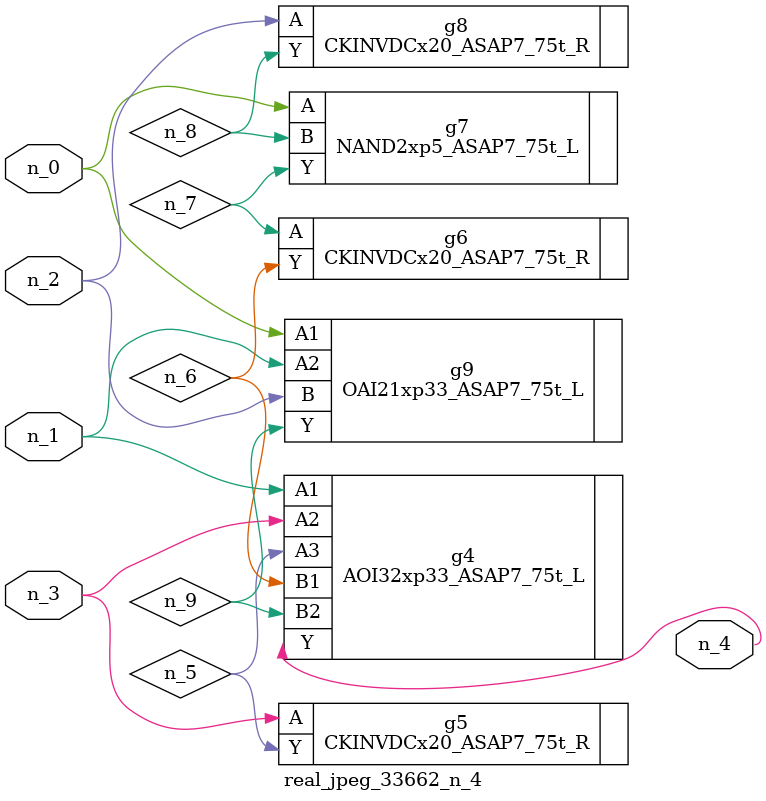
<source format=v>
module real_jpeg_33662_n_4 (n_3, n_1, n_0, n_2, n_4);

input n_3;
input n_1;
input n_0;
input n_2;

output n_4;

wire n_5;
wire n_8;
wire n_6;
wire n_7;
wire n_9;

NAND2xp5_ASAP7_75t_L g7 ( 
.A(n_0),
.B(n_8),
.Y(n_7)
);

OAI21xp33_ASAP7_75t_L g9 ( 
.A1(n_0),
.A2(n_1),
.B(n_2),
.Y(n_9)
);

AOI32xp33_ASAP7_75t_L g4 ( 
.A1(n_1),
.A2(n_3),
.A3(n_5),
.B1(n_6),
.B2(n_9),
.Y(n_4)
);

CKINVDCx20_ASAP7_75t_R g8 ( 
.A(n_2),
.Y(n_8)
);

CKINVDCx20_ASAP7_75t_R g5 ( 
.A(n_3),
.Y(n_5)
);

CKINVDCx20_ASAP7_75t_R g6 ( 
.A(n_7),
.Y(n_6)
);


endmodule
</source>
